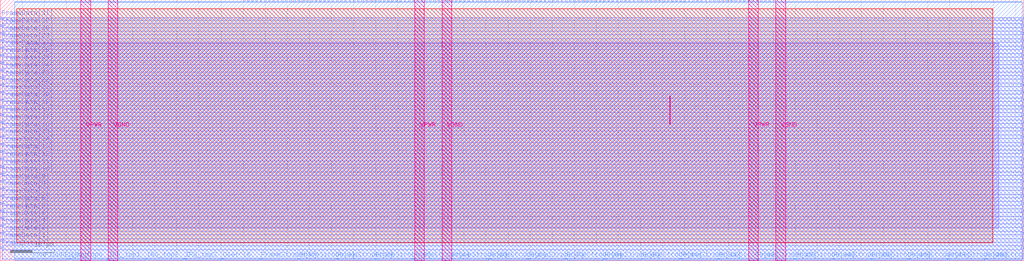
<source format=lef>
VERSION 5.7 ;
  NOWIREEXTENSIONATPIN ON ;
  DIVIDERCHAR "/" ;
  BUSBITCHARS "[]" ;
MACRO S_CPU_IRQ
  CLASS BLOCK ;
  FOREIGN S_CPU_IRQ ;
  ORIGIN 0.000 0.000 ;
  SIZE 231.840 BY 59.220 ;
  PIN CONFIGURED_top
    DIRECTION INPUT ;
    USE SIGNAL ;
    ANTENNAGATEAREA 0.180700 ;
    PORT
      LAYER Metal3 ;
        RECT 7.000 0.000 7.400 0.400 ;
    END
  END CONFIGURED_top
  PIN Co
    DIRECTION OUTPUT ;
    USE SIGNAL ;
    ANTENNADIFFAREA 0.299200 ;
    PORT
      LAYER Metal3 ;
        RECT 104.920 58.820 105.320 59.220 ;
    END
  END Co
  PIN FrameData[0]
    DIRECTION INPUT ;
    USE SIGNAL ;
    ANTENNAGATEAREA 0.180700 ;
    PORT
      LAYER Metal2 ;
        RECT 0.000 2.740 0.450 3.140 ;
    END
  END FrameData[0]
  PIN FrameData[10]
    DIRECTION INPUT ;
    USE SIGNAL ;
    ANTENNAGATEAREA 6.264700 ;
    ANTENNADIFFAREA 20.153999 ;
    PORT
      LAYER Metal2 ;
        RECT 0.000 19.540 0.450 19.940 ;
    END
  END FrameData[10]
  PIN FrameData[11]
    DIRECTION INPUT ;
    USE SIGNAL ;
    ANTENNAGATEAREA 6.264700 ;
    ANTENNADIFFAREA 20.153999 ;
    PORT
      LAYER Metal2 ;
        RECT 0.000 21.220 0.450 21.620 ;
    END
  END FrameData[11]
  PIN FrameData[12]
    DIRECTION INPUT ;
    USE SIGNAL ;
    ANTENNAGATEAREA 0.180700 ;
    PORT
      LAYER Metal2 ;
        RECT 0.000 22.900 0.450 23.300 ;
    END
  END FrameData[12]
  PIN FrameData[13]
    DIRECTION INPUT ;
    USE SIGNAL ;
    ANTENNAGATEAREA 0.180700 ;
    PORT
      LAYER Metal2 ;
        RECT 0.000 24.580 0.450 24.980 ;
    END
  END FrameData[13]
  PIN FrameData[14]
    DIRECTION INPUT ;
    USE SIGNAL ;
    ANTENNAGATEAREA 0.180700 ;
    PORT
      LAYER Metal2 ;
        RECT 0.000 26.260 0.450 26.660 ;
    END
  END FrameData[14]
  PIN FrameData[15]
    DIRECTION INPUT ;
    USE SIGNAL ;
    ANTENNAGATEAREA 0.180700 ;
    PORT
      LAYER Metal2 ;
        RECT 0.000 27.940 0.450 28.340 ;
    END
  END FrameData[15]
  PIN FrameData[16]
    DIRECTION INPUT ;
    USE SIGNAL ;
    ANTENNAGATEAREA 0.180700 ;
    PORT
      LAYER Metal2 ;
        RECT 0.000 29.620 0.450 30.020 ;
    END
  END FrameData[16]
  PIN FrameData[17]
    DIRECTION INPUT ;
    USE SIGNAL ;
    ANTENNAGATEAREA 0.180700 ;
    PORT
      LAYER Metal2 ;
        RECT 0.000 31.300 0.450 31.700 ;
    END
  END FrameData[17]
  PIN FrameData[18]
    DIRECTION INPUT ;
    USE SIGNAL ;
    ANTENNAGATEAREA 2.614300 ;
    ANTENNADIFFAREA 8.061600 ;
    PORT
      LAYER Metal2 ;
        RECT 0.000 32.980 0.450 33.380 ;
    END
  END FrameData[18]
  PIN FrameData[19]
    DIRECTION INPUT ;
    USE SIGNAL ;
    ANTENNAGATEAREA 0.180700 ;
    PORT
      LAYER Metal2 ;
        RECT 0.000 34.660 0.450 35.060 ;
    END
  END FrameData[19]
  PIN FrameData[1]
    DIRECTION INPUT ;
    USE SIGNAL ;
    ANTENNAGATEAREA 0.180700 ;
    PORT
      LAYER Metal2 ;
        RECT 0.000 4.420 0.450 4.820 ;
    END
  END FrameData[1]
  PIN FrameData[20]
    DIRECTION INPUT ;
    USE SIGNAL ;
    ANTENNAGATEAREA 0.180700 ;
    PORT
      LAYER Metal2 ;
        RECT 0.000 36.340 0.450 36.740 ;
    END
  END FrameData[20]
  PIN FrameData[21]
    DIRECTION INPUT ;
    USE SIGNAL ;
    ANTENNAGATEAREA 0.180700 ;
    PORT
      LAYER Metal2 ;
        RECT 0.000 38.020 0.450 38.420 ;
    END
  END FrameData[21]
  PIN FrameData[22]
    DIRECTION INPUT ;
    USE SIGNAL ;
    ANTENNAGATEAREA 0.180700 ;
    PORT
      LAYER Metal2 ;
        RECT 0.000 39.700 0.450 40.100 ;
    END
  END FrameData[22]
  PIN FrameData[23]
    DIRECTION INPUT ;
    USE SIGNAL ;
    ANTENNAGATEAREA 0.180700 ;
    PORT
      LAYER Metal2 ;
        RECT 0.000 41.380 0.450 41.780 ;
    END
  END FrameData[23]
  PIN FrameData[24]
    DIRECTION INPUT ;
    USE SIGNAL ;
    ANTENNAGATEAREA 0.180700 ;
    PORT
      LAYER Metal2 ;
        RECT 0.000 43.060 0.450 43.460 ;
    END
  END FrameData[24]
  PIN FrameData[25]
    DIRECTION INPUT ;
    USE SIGNAL ;
    ANTENNAGATEAREA 0.180700 ;
    PORT
      LAYER Metal2 ;
        RECT 0.000 44.740 0.450 45.140 ;
    END
  END FrameData[25]
  PIN FrameData[26]
    DIRECTION INPUT ;
    USE SIGNAL ;
    ANTENNAGATEAREA 0.180700 ;
    PORT
      LAYER Metal2 ;
        RECT 0.000 46.420 0.450 46.820 ;
    END
  END FrameData[26]
  PIN FrameData[27]
    DIRECTION INPUT ;
    USE SIGNAL ;
    ANTENNAGATEAREA 0.180700 ;
    PORT
      LAYER Metal2 ;
        RECT 0.000 48.100 0.450 48.500 ;
    END
  END FrameData[27]
  PIN FrameData[28]
    DIRECTION INPUT ;
    USE SIGNAL ;
    ANTENNAGATEAREA 0.180700 ;
    PORT
      LAYER Metal2 ;
        RECT 0.000 49.780 0.450 50.180 ;
    END
  END FrameData[28]
  PIN FrameData[29]
    DIRECTION INPUT ;
    USE SIGNAL ;
    ANTENNAGATEAREA 0.180700 ;
    PORT
      LAYER Metal2 ;
        RECT 0.000 51.460 0.450 51.860 ;
    END
  END FrameData[29]
  PIN FrameData[2]
    DIRECTION INPUT ;
    USE SIGNAL ;
    ANTENNAGATEAREA 0.180700 ;
    PORT
      LAYER Metal2 ;
        RECT 0.000 6.100 0.450 6.500 ;
    END
  END FrameData[2]
  PIN FrameData[30]
    DIRECTION INPUT ;
    USE SIGNAL ;
    ANTENNAGATEAREA 0.180700 ;
    PORT
      LAYER Metal2 ;
        RECT 0.000 53.140 0.450 53.540 ;
    END
  END FrameData[30]
  PIN FrameData[31]
    DIRECTION INPUT ;
    USE SIGNAL ;
    ANTENNAGATEAREA 0.180700 ;
    PORT
      LAYER Metal2 ;
        RECT 0.000 54.820 0.450 55.220 ;
    END
  END FrameData[31]
  PIN FrameData[3]
    DIRECTION INPUT ;
    USE SIGNAL ;
    ANTENNAGATEAREA 0.180700 ;
    PORT
      LAYER Metal2 ;
        RECT 0.000 7.780 0.450 8.180 ;
    END
  END FrameData[3]
  PIN FrameData[4]
    DIRECTION INPUT ;
    USE SIGNAL ;
    ANTENNAGATEAREA 0.180700 ;
    PORT
      LAYER Metal2 ;
        RECT 0.000 9.460 0.450 9.860 ;
    END
  END FrameData[4]
  PIN FrameData[5]
    DIRECTION INPUT ;
    USE SIGNAL ;
    ANTENNAGATEAREA 0.180700 ;
    PORT
      LAYER Metal2 ;
        RECT 0.000 11.140 0.450 11.540 ;
    END
  END FrameData[5]
  PIN FrameData[6]
    DIRECTION INPUT ;
    USE SIGNAL ;
    ANTENNAGATEAREA 0.180700 ;
    PORT
      LAYER Metal2 ;
        RECT 0.000 12.820 0.450 13.220 ;
    END
  END FrameData[6]
  PIN FrameData[7]
    DIRECTION INPUT ;
    USE SIGNAL ;
    ANTENNAGATEAREA 0.180700 ;
    PORT
      LAYER Metal2 ;
        RECT 0.000 14.500 0.450 14.900 ;
    END
  END FrameData[7]
  PIN FrameData[8]
    DIRECTION INPUT ;
    USE SIGNAL ;
    ANTENNAGATEAREA 6.264700 ;
    ANTENNADIFFAREA 20.153999 ;
    PORT
      LAYER Metal2 ;
        RECT 0.000 16.180 0.450 16.580 ;
    END
  END FrameData[8]
  PIN FrameData[9]
    DIRECTION INPUT ;
    USE SIGNAL ;
    ANTENNAGATEAREA 0.180700 ;
    PORT
      LAYER Metal2 ;
        RECT 0.000 17.860 0.450 18.260 ;
    END
  END FrameData[9]
  PIN FrameData_O[0]
    DIRECTION OUTPUT ;
    USE SIGNAL ;
    ANTENNADIFFAREA 0.654800 ;
    PORT
      LAYER Metal2 ;
        RECT 231.390 2.740 231.840 3.140 ;
    END
  END FrameData_O[0]
  PIN FrameData_O[10]
    DIRECTION OUTPUT ;
    USE SIGNAL ;
    ANTENNADIFFAREA 0.654800 ;
    PORT
      LAYER Metal2 ;
        RECT 231.390 19.540 231.840 19.940 ;
    END
  END FrameData_O[10]
  PIN FrameData_O[11]
    DIRECTION OUTPUT ;
    USE SIGNAL ;
    ANTENNADIFFAREA 0.654800 ;
    PORT
      LAYER Metal2 ;
        RECT 231.390 21.220 231.840 21.620 ;
    END
  END FrameData_O[11]
  PIN FrameData_O[12]
    DIRECTION OUTPUT ;
    USE SIGNAL ;
    ANTENNADIFFAREA 0.654800 ;
    PORT
      LAYER Metal2 ;
        RECT 231.390 22.900 231.840 23.300 ;
    END
  END FrameData_O[12]
  PIN FrameData_O[13]
    DIRECTION OUTPUT ;
    USE SIGNAL ;
    ANTENNADIFFAREA 0.654800 ;
    PORT
      LAYER Metal2 ;
        RECT 231.390 24.580 231.840 24.980 ;
    END
  END FrameData_O[13]
  PIN FrameData_O[14]
    DIRECTION OUTPUT ;
    USE SIGNAL ;
    ANTENNADIFFAREA 0.654800 ;
    PORT
      LAYER Metal2 ;
        RECT 231.390 26.260 231.840 26.660 ;
    END
  END FrameData_O[14]
  PIN FrameData_O[15]
    DIRECTION OUTPUT ;
    USE SIGNAL ;
    ANTENNADIFFAREA 0.654800 ;
    PORT
      LAYER Metal2 ;
        RECT 231.390 27.940 231.840 28.340 ;
    END
  END FrameData_O[15]
  PIN FrameData_O[16]
    DIRECTION OUTPUT ;
    USE SIGNAL ;
    ANTENNADIFFAREA 0.654800 ;
    PORT
      LAYER Metal2 ;
        RECT 231.390 29.620 231.840 30.020 ;
    END
  END FrameData_O[16]
  PIN FrameData_O[17]
    DIRECTION OUTPUT ;
    USE SIGNAL ;
    ANTENNADIFFAREA 0.654800 ;
    PORT
      LAYER Metal2 ;
        RECT 231.390 31.300 231.840 31.700 ;
    END
  END FrameData_O[17]
  PIN FrameData_O[18]
    DIRECTION OUTPUT ;
    USE SIGNAL ;
    ANTENNADIFFAREA 0.654800 ;
    PORT
      LAYER Metal2 ;
        RECT 231.390 32.980 231.840 33.380 ;
    END
  END FrameData_O[18]
  PIN FrameData_O[19]
    DIRECTION OUTPUT ;
    USE SIGNAL ;
    ANTENNADIFFAREA 0.654800 ;
    PORT
      LAYER Metal2 ;
        RECT 231.390 34.660 231.840 35.060 ;
    END
  END FrameData_O[19]
  PIN FrameData_O[1]
    DIRECTION OUTPUT ;
    USE SIGNAL ;
    ANTENNADIFFAREA 0.654800 ;
    PORT
      LAYER Metal2 ;
        RECT 231.390 4.420 231.840 4.820 ;
    END
  END FrameData_O[1]
  PIN FrameData_O[20]
    DIRECTION OUTPUT ;
    USE SIGNAL ;
    ANTENNADIFFAREA 0.654800 ;
    PORT
      LAYER Metal2 ;
        RECT 231.390 36.340 231.840 36.740 ;
    END
  END FrameData_O[20]
  PIN FrameData_O[21]
    DIRECTION OUTPUT ;
    USE SIGNAL ;
    ANTENNADIFFAREA 0.654800 ;
    PORT
      LAYER Metal2 ;
        RECT 231.390 38.020 231.840 38.420 ;
    END
  END FrameData_O[21]
  PIN FrameData_O[22]
    DIRECTION OUTPUT ;
    USE SIGNAL ;
    ANTENNADIFFAREA 0.654800 ;
    PORT
      LAYER Metal2 ;
        RECT 231.390 39.700 231.840 40.100 ;
    END
  END FrameData_O[22]
  PIN FrameData_O[23]
    DIRECTION OUTPUT ;
    USE SIGNAL ;
    ANTENNADIFFAREA 0.654800 ;
    PORT
      LAYER Metal2 ;
        RECT 231.390 41.380 231.840 41.780 ;
    END
  END FrameData_O[23]
  PIN FrameData_O[24]
    DIRECTION OUTPUT ;
    USE SIGNAL ;
    ANTENNADIFFAREA 0.654800 ;
    PORT
      LAYER Metal2 ;
        RECT 231.390 43.060 231.840 43.460 ;
    END
  END FrameData_O[24]
  PIN FrameData_O[25]
    DIRECTION OUTPUT ;
    USE SIGNAL ;
    ANTENNADIFFAREA 0.654800 ;
    PORT
      LAYER Metal2 ;
        RECT 231.390 44.740 231.840 45.140 ;
    END
  END FrameData_O[25]
  PIN FrameData_O[26]
    DIRECTION OUTPUT ;
    USE SIGNAL ;
    ANTENNADIFFAREA 0.654800 ;
    PORT
      LAYER Metal2 ;
        RECT 231.390 46.420 231.840 46.820 ;
    END
  END FrameData_O[26]
  PIN FrameData_O[27]
    DIRECTION OUTPUT ;
    USE SIGNAL ;
    ANTENNADIFFAREA 0.654800 ;
    PORT
      LAYER Metal2 ;
        RECT 231.390 48.100 231.840 48.500 ;
    END
  END FrameData_O[27]
  PIN FrameData_O[28]
    DIRECTION OUTPUT ;
    USE SIGNAL ;
    ANTENNADIFFAREA 0.654800 ;
    PORT
      LAYER Metal2 ;
        RECT 231.390 49.780 231.840 50.180 ;
    END
  END FrameData_O[28]
  PIN FrameData_O[29]
    DIRECTION OUTPUT ;
    USE SIGNAL ;
    ANTENNADIFFAREA 0.654800 ;
    PORT
      LAYER Metal2 ;
        RECT 231.390 51.460 231.840 51.860 ;
    END
  END FrameData_O[29]
  PIN FrameData_O[2]
    DIRECTION OUTPUT ;
    USE SIGNAL ;
    ANTENNADIFFAREA 0.654800 ;
    PORT
      LAYER Metal2 ;
        RECT 231.390 6.100 231.840 6.500 ;
    END
  END FrameData_O[2]
  PIN FrameData_O[30]
    DIRECTION OUTPUT ;
    USE SIGNAL ;
    ANTENNADIFFAREA 0.654800 ;
    PORT
      LAYER Metal2 ;
        RECT 231.390 53.140 231.840 53.540 ;
    END
  END FrameData_O[30]
  PIN FrameData_O[31]
    DIRECTION OUTPUT ;
    USE SIGNAL ;
    ANTENNADIFFAREA 0.654800 ;
    PORT
      LAYER Metal2 ;
        RECT 231.390 54.820 231.840 55.220 ;
    END
  END FrameData_O[31]
  PIN FrameData_O[3]
    DIRECTION OUTPUT ;
    USE SIGNAL ;
    ANTENNADIFFAREA 0.654800 ;
    PORT
      LAYER Metal2 ;
        RECT 231.390 7.780 231.840 8.180 ;
    END
  END FrameData_O[3]
  PIN FrameData_O[4]
    DIRECTION OUTPUT ;
    USE SIGNAL ;
    ANTENNADIFFAREA 0.654800 ;
    PORT
      LAYER Metal2 ;
        RECT 231.390 9.460 231.840 9.860 ;
    END
  END FrameData_O[4]
  PIN FrameData_O[5]
    DIRECTION OUTPUT ;
    USE SIGNAL ;
    ANTENNADIFFAREA 0.654800 ;
    PORT
      LAYER Metal2 ;
        RECT 231.390 11.140 231.840 11.540 ;
    END
  END FrameData_O[5]
  PIN FrameData_O[6]
    DIRECTION OUTPUT ;
    USE SIGNAL ;
    ANTENNADIFFAREA 0.654800 ;
    PORT
      LAYER Metal2 ;
        RECT 231.390 12.820 231.840 13.220 ;
    END
  END FrameData_O[6]
  PIN FrameData_O[7]
    DIRECTION OUTPUT ;
    USE SIGNAL ;
    ANTENNADIFFAREA 0.654800 ;
    PORT
      LAYER Metal2 ;
        RECT 231.390 14.500 231.840 14.900 ;
    END
  END FrameData_O[7]
  PIN FrameData_O[8]
    DIRECTION OUTPUT ;
    USE SIGNAL ;
    ANTENNADIFFAREA 0.654800 ;
    PORT
      LAYER Metal2 ;
        RECT 231.390 16.180 231.840 16.580 ;
    END
  END FrameData_O[8]
  PIN FrameData_O[9]
    DIRECTION OUTPUT ;
    USE SIGNAL ;
    ANTENNADIFFAREA 0.654800 ;
    PORT
      LAYER Metal2 ;
        RECT 231.390 17.860 231.840 18.260 ;
    END
  END FrameData_O[9]
  PIN FrameStrobe[0]
    DIRECTION INPUT ;
    USE SIGNAL ;
    ANTENNAGATEAREA 0.361400 ;
    PORT
      LAYER Metal3 ;
        RECT 58.840 0.000 59.240 0.400 ;
    END
  END FrameStrobe[0]
  PIN FrameStrobe[10]
    DIRECTION INPUT ;
    USE SIGNAL ;
    ANTENNAGATEAREA 0.180700 ;
    PORT
      LAYER Metal3 ;
        RECT 145.240 0.000 145.640 0.400 ;
    END
  END FrameStrobe[10]
  PIN FrameStrobe[11]
    DIRECTION INPUT ;
    USE SIGNAL ;
    ANTENNAGATEAREA 0.180700 ;
    PORT
      LAYER Metal3 ;
        RECT 153.880 0.000 154.280 0.400 ;
    END
  END FrameStrobe[11]
  PIN FrameStrobe[12]
    DIRECTION INPUT ;
    USE SIGNAL ;
    ANTENNAGATEAREA 0.180700 ;
    PORT
      LAYER Metal3 ;
        RECT 162.520 0.000 162.920 0.400 ;
    END
  END FrameStrobe[12]
  PIN FrameStrobe[13]
    DIRECTION INPUT ;
    USE SIGNAL ;
    ANTENNAGATEAREA 0.180700 ;
    PORT
      LAYER Metal3 ;
        RECT 171.160 0.000 171.560 0.400 ;
    END
  END FrameStrobe[13]
  PIN FrameStrobe[14]
    DIRECTION INPUT ;
    USE SIGNAL ;
    ANTENNAGATEAREA 0.180700 ;
    PORT
      LAYER Metal3 ;
        RECT 179.800 0.000 180.200 0.400 ;
    END
  END FrameStrobe[14]
  PIN FrameStrobe[15]
    DIRECTION INPUT ;
    USE SIGNAL ;
    ANTENNAGATEAREA 0.180700 ;
    PORT
      LAYER Metal3 ;
        RECT 188.440 0.000 188.840 0.400 ;
    END
  END FrameStrobe[15]
  PIN FrameStrobe[16]
    DIRECTION INPUT ;
    USE SIGNAL ;
    ANTENNAGATEAREA 0.180700 ;
    PORT
      LAYER Metal3 ;
        RECT 197.080 0.000 197.480 0.400 ;
    END
  END FrameStrobe[16]
  PIN FrameStrobe[17]
    DIRECTION INPUT ;
    USE SIGNAL ;
    ANTENNAGATEAREA 0.180700 ;
    PORT
      LAYER Metal3 ;
        RECT 205.720 0.000 206.120 0.400 ;
    END
  END FrameStrobe[17]
  PIN FrameStrobe[18]
    DIRECTION INPUT ;
    USE SIGNAL ;
    ANTENNAGATEAREA 0.180700 ;
    PORT
      LAYER Metal3 ;
        RECT 214.360 0.000 214.760 0.400 ;
    END
  END FrameStrobe[18]
  PIN FrameStrobe[19]
    DIRECTION INPUT ;
    USE SIGNAL ;
    ANTENNAGATEAREA 0.180700 ;
    PORT
      LAYER Metal3 ;
        RECT 223.000 0.000 223.400 0.400 ;
    END
  END FrameStrobe[19]
  PIN FrameStrobe[1]
    DIRECTION INPUT ;
    USE SIGNAL ;
    ANTENNAGATEAREA 0.180700 ;
    PORT
      LAYER Metal3 ;
        RECT 67.480 0.000 67.880 0.400 ;
    END
  END FrameStrobe[1]
  PIN FrameStrobe[2]
    DIRECTION INPUT ;
    USE SIGNAL ;
    ANTENNAGATEAREA 0.180700 ;
    PORT
      LAYER Metal3 ;
        RECT 76.120 0.000 76.520 0.400 ;
    END
  END FrameStrobe[2]
  PIN FrameStrobe[3]
    DIRECTION INPUT ;
    USE SIGNAL ;
    ANTENNAGATEAREA 0.180700 ;
    PORT
      LAYER Metal3 ;
        RECT 84.760 0.000 85.160 0.400 ;
    END
  END FrameStrobe[3]
  PIN FrameStrobe[4]
    DIRECTION INPUT ;
    USE SIGNAL ;
    ANTENNAGATEAREA 0.180700 ;
    PORT
      LAYER Metal3 ;
        RECT 93.400 0.000 93.800 0.400 ;
    END
  END FrameStrobe[4]
  PIN FrameStrobe[5]
    DIRECTION INPUT ;
    USE SIGNAL ;
    ANTENNAGATEAREA 0.180700 ;
    PORT
      LAYER Metal3 ;
        RECT 102.040 0.000 102.440 0.400 ;
    END
  END FrameStrobe[5]
  PIN FrameStrobe[6]
    DIRECTION INPUT ;
    USE SIGNAL ;
    ANTENNAGATEAREA 0.180700 ;
    PORT
      LAYER Metal3 ;
        RECT 110.680 0.000 111.080 0.400 ;
    END
  END FrameStrobe[6]
  PIN FrameStrobe[7]
    DIRECTION INPUT ;
    USE SIGNAL ;
    ANTENNAGATEAREA 0.180700 ;
    PORT
      LAYER Metal3 ;
        RECT 119.320 0.000 119.720 0.400 ;
    END
  END FrameStrobe[7]
  PIN FrameStrobe[8]
    DIRECTION INPUT ;
    USE SIGNAL ;
    ANTENNAGATEAREA 0.180700 ;
    PORT
      LAYER Metal3 ;
        RECT 127.960 0.000 128.360 0.400 ;
    END
  END FrameStrobe[8]
  PIN FrameStrobe[9]
    DIRECTION INPUT ;
    USE SIGNAL ;
    ANTENNAGATEAREA 0.180700 ;
    PORT
      LAYER Metal3 ;
        RECT 136.600 0.000 137.000 0.400 ;
    END
  END FrameStrobe[9]
  PIN FrameStrobe_O[0]
    DIRECTION OUTPUT ;
    USE SIGNAL ;
    ANTENNADIFFAREA 0.654800 ;
    PORT
      LAYER Metal3 ;
        RECT 156.760 58.820 157.160 59.220 ;
    END
  END FrameStrobe_O[0]
  PIN FrameStrobe_O[10]
    DIRECTION OUTPUT ;
    USE SIGNAL ;
    ANTENNADIFFAREA 0.654800 ;
    PORT
      LAYER Metal3 ;
        RECT 166.360 58.820 166.760 59.220 ;
    END
  END FrameStrobe_O[10]
  PIN FrameStrobe_O[11]
    DIRECTION OUTPUT ;
    USE SIGNAL ;
    ANTENNADIFFAREA 0.654800 ;
    PORT
      LAYER Metal3 ;
        RECT 167.320 58.820 167.720 59.220 ;
    END
  END FrameStrobe_O[11]
  PIN FrameStrobe_O[12]
    DIRECTION OUTPUT ;
    USE SIGNAL ;
    ANTENNADIFFAREA 0.654800 ;
    PORT
      LAYER Metal3 ;
        RECT 168.280 58.820 168.680 59.220 ;
    END
  END FrameStrobe_O[12]
  PIN FrameStrobe_O[13]
    DIRECTION OUTPUT ;
    USE SIGNAL ;
    ANTENNADIFFAREA 0.654800 ;
    PORT
      LAYER Metal3 ;
        RECT 169.240 58.820 169.640 59.220 ;
    END
  END FrameStrobe_O[13]
  PIN FrameStrobe_O[14]
    DIRECTION OUTPUT ;
    USE SIGNAL ;
    ANTENNADIFFAREA 0.654800 ;
    PORT
      LAYER Metal3 ;
        RECT 170.200 58.820 170.600 59.220 ;
    END
  END FrameStrobe_O[14]
  PIN FrameStrobe_O[15]
    DIRECTION OUTPUT ;
    USE SIGNAL ;
    ANTENNADIFFAREA 0.654800 ;
    PORT
      LAYER Metal3 ;
        RECT 171.160 58.820 171.560 59.220 ;
    END
  END FrameStrobe_O[15]
  PIN FrameStrobe_O[16]
    DIRECTION OUTPUT ;
    USE SIGNAL ;
    ANTENNADIFFAREA 0.654800 ;
    PORT
      LAYER Metal3 ;
        RECT 172.120 58.820 172.520 59.220 ;
    END
  END FrameStrobe_O[16]
  PIN FrameStrobe_O[17]
    DIRECTION OUTPUT ;
    USE SIGNAL ;
    ANTENNADIFFAREA 0.654800 ;
    PORT
      LAYER Metal3 ;
        RECT 173.080 58.820 173.480 59.220 ;
    END
  END FrameStrobe_O[17]
  PIN FrameStrobe_O[18]
    DIRECTION OUTPUT ;
    USE SIGNAL ;
    ANTENNADIFFAREA 0.654800 ;
    PORT
      LAYER Metal3 ;
        RECT 174.040 58.820 174.440 59.220 ;
    END
  END FrameStrobe_O[18]
  PIN FrameStrobe_O[19]
    DIRECTION OUTPUT ;
    USE SIGNAL ;
    ANTENNADIFFAREA 0.654800 ;
    PORT
      LAYER Metal3 ;
        RECT 175.000 58.820 175.400 59.220 ;
    END
  END FrameStrobe_O[19]
  PIN FrameStrobe_O[1]
    DIRECTION OUTPUT ;
    USE SIGNAL ;
    ANTENNADIFFAREA 0.654800 ;
    PORT
      LAYER Metal3 ;
        RECT 157.720 58.820 158.120 59.220 ;
    END
  END FrameStrobe_O[1]
  PIN FrameStrobe_O[2]
    DIRECTION OUTPUT ;
    USE SIGNAL ;
    ANTENNADIFFAREA 0.654800 ;
    PORT
      LAYER Metal3 ;
        RECT 158.680 58.820 159.080 59.220 ;
    END
  END FrameStrobe_O[2]
  PIN FrameStrobe_O[3]
    DIRECTION OUTPUT ;
    USE SIGNAL ;
    ANTENNADIFFAREA 0.654800 ;
    PORT
      LAYER Metal3 ;
        RECT 159.640 58.820 160.040 59.220 ;
    END
  END FrameStrobe_O[3]
  PIN FrameStrobe_O[4]
    DIRECTION OUTPUT ;
    USE SIGNAL ;
    ANTENNADIFFAREA 0.654800 ;
    PORT
      LAYER Metal3 ;
        RECT 160.600 58.820 161.000 59.220 ;
    END
  END FrameStrobe_O[4]
  PIN FrameStrobe_O[5]
    DIRECTION OUTPUT ;
    USE SIGNAL ;
    ANTENNADIFFAREA 0.654800 ;
    PORT
      LAYER Metal3 ;
        RECT 161.560 58.820 161.960 59.220 ;
    END
  END FrameStrobe_O[5]
  PIN FrameStrobe_O[6]
    DIRECTION OUTPUT ;
    USE SIGNAL ;
    ANTENNADIFFAREA 0.654800 ;
    PORT
      LAYER Metal3 ;
        RECT 162.520 58.820 162.920 59.220 ;
    END
  END FrameStrobe_O[6]
  PIN FrameStrobe_O[7]
    DIRECTION OUTPUT ;
    USE SIGNAL ;
    ANTENNADIFFAREA 0.654800 ;
    PORT
      LAYER Metal3 ;
        RECT 163.480 58.820 163.880 59.220 ;
    END
  END FrameStrobe_O[7]
  PIN FrameStrobe_O[8]
    DIRECTION OUTPUT ;
    USE SIGNAL ;
    ANTENNADIFFAREA 0.654800 ;
    PORT
      LAYER Metal3 ;
        RECT 164.440 58.820 164.840 59.220 ;
    END
  END FrameStrobe_O[8]
  PIN FrameStrobe_O[9]
    DIRECTION OUTPUT ;
    USE SIGNAL ;
    ANTENNADIFFAREA 0.654800 ;
    PORT
      LAYER Metal3 ;
        RECT 165.400 58.820 165.800 59.220 ;
    END
  END FrameStrobe_O[9]
  PIN IRQ_top0
    DIRECTION OUTPUT ;
    USE SIGNAL ;
    ANTENNADIFFAREA 0.654800 ;
    PORT
      LAYER Metal3 ;
        RECT 15.640 0.000 16.040 0.400 ;
    END
  END IRQ_top0
  PIN IRQ_top1
    DIRECTION OUTPUT ;
    USE SIGNAL ;
    ANTENNADIFFAREA 0.654800 ;
    PORT
      LAYER Metal3 ;
        RECT 24.280 0.000 24.680 0.400 ;
    END
  END IRQ_top1
  PIN IRQ_top2
    DIRECTION OUTPUT ;
    USE SIGNAL ;
    ANTENNADIFFAREA 0.654800 ;
    PORT
      LAYER Metal3 ;
        RECT 32.920 0.000 33.320 0.400 ;
    END
  END IRQ_top2
  PIN IRQ_top3
    DIRECTION OUTPUT ;
    USE SIGNAL ;
    ANTENNADIFFAREA 0.654800 ;
    PORT
      LAYER Metal3 ;
        RECT 41.560 0.000 41.960 0.400 ;
    END
  END IRQ_top3
  PIN N1BEG[0]
    DIRECTION OUTPUT ;
    USE SIGNAL ;
    ANTENNADIFFAREA 0.654800 ;
    PORT
      LAYER Metal3 ;
        RECT 55.000 58.820 55.400 59.220 ;
    END
  END N1BEG[0]
  PIN N1BEG[1]
    DIRECTION OUTPUT ;
    USE SIGNAL ;
    ANTENNADIFFAREA 0.654800 ;
    PORT
      LAYER Metal3 ;
        RECT 55.960 58.820 56.360 59.220 ;
    END
  END N1BEG[1]
  PIN N1BEG[2]
    DIRECTION OUTPUT ;
    USE SIGNAL ;
    ANTENNADIFFAREA 0.654800 ;
    PORT
      LAYER Metal3 ;
        RECT 56.920 58.820 57.320 59.220 ;
    END
  END N1BEG[2]
  PIN N1BEG[3]
    DIRECTION OUTPUT ;
    USE SIGNAL ;
    ANTENNADIFFAREA 0.654800 ;
    PORT
      LAYER Metal3 ;
        RECT 57.880 58.820 58.280 59.220 ;
    END
  END N1BEG[3]
  PIN N2BEG[0]
    DIRECTION OUTPUT ;
    USE SIGNAL ;
    ANTENNADIFFAREA 0.654800 ;
    PORT
      LAYER Metal3 ;
        RECT 58.840 58.820 59.240 59.220 ;
    END
  END N2BEG[0]
  PIN N2BEG[1]
    DIRECTION OUTPUT ;
    USE SIGNAL ;
    ANTENNADIFFAREA 0.654800 ;
    PORT
      LAYER Metal3 ;
        RECT 59.800 58.820 60.200 59.220 ;
    END
  END N2BEG[1]
  PIN N2BEG[2]
    DIRECTION OUTPUT ;
    USE SIGNAL ;
    ANTENNADIFFAREA 0.654800 ;
    PORT
      LAYER Metal3 ;
        RECT 60.760 58.820 61.160 59.220 ;
    END
  END N2BEG[2]
  PIN N2BEG[3]
    DIRECTION OUTPUT ;
    USE SIGNAL ;
    ANTENNADIFFAREA 0.654800 ;
    PORT
      LAYER Metal3 ;
        RECT 61.720 58.820 62.120 59.220 ;
    END
  END N2BEG[3]
  PIN N2BEG[4]
    DIRECTION OUTPUT ;
    USE SIGNAL ;
    ANTENNADIFFAREA 0.654800 ;
    PORT
      LAYER Metal3 ;
        RECT 62.680 58.820 63.080 59.220 ;
    END
  END N2BEG[4]
  PIN N2BEG[5]
    DIRECTION OUTPUT ;
    USE SIGNAL ;
    ANTENNADIFFAREA 0.654800 ;
    PORT
      LAYER Metal3 ;
        RECT 63.640 58.820 64.040 59.220 ;
    END
  END N2BEG[5]
  PIN N2BEG[6]
    DIRECTION OUTPUT ;
    USE SIGNAL ;
    ANTENNADIFFAREA 0.654800 ;
    PORT
      LAYER Metal3 ;
        RECT 64.600 58.820 65.000 59.220 ;
    END
  END N2BEG[6]
  PIN N2BEG[7]
    DIRECTION OUTPUT ;
    USE SIGNAL ;
    ANTENNADIFFAREA 0.654800 ;
    PORT
      LAYER Metal3 ;
        RECT 65.560 58.820 65.960 59.220 ;
    END
  END N2BEG[7]
  PIN N2BEGb[0]
    DIRECTION OUTPUT ;
    USE SIGNAL ;
    ANTENNADIFFAREA 0.654800 ;
    PORT
      LAYER Metal3 ;
        RECT 66.520 58.820 66.920 59.220 ;
    END
  END N2BEGb[0]
  PIN N2BEGb[1]
    DIRECTION OUTPUT ;
    USE SIGNAL ;
    ANTENNADIFFAREA 0.654800 ;
    PORT
      LAYER Metal3 ;
        RECT 67.480 58.820 67.880 59.220 ;
    END
  END N2BEGb[1]
  PIN N2BEGb[2]
    DIRECTION OUTPUT ;
    USE SIGNAL ;
    ANTENNADIFFAREA 0.654800 ;
    PORT
      LAYER Metal3 ;
        RECT 68.440 58.820 68.840 59.220 ;
    END
  END N2BEGb[2]
  PIN N2BEGb[3]
    DIRECTION OUTPUT ;
    USE SIGNAL ;
    ANTENNADIFFAREA 0.654800 ;
    PORT
      LAYER Metal3 ;
        RECT 69.400 58.820 69.800 59.220 ;
    END
  END N2BEGb[3]
  PIN N2BEGb[4]
    DIRECTION OUTPUT ;
    USE SIGNAL ;
    ANTENNADIFFAREA 0.654800 ;
    PORT
      LAYER Metal3 ;
        RECT 70.360 58.820 70.760 59.220 ;
    END
  END N2BEGb[4]
  PIN N2BEGb[5]
    DIRECTION OUTPUT ;
    USE SIGNAL ;
    ANTENNADIFFAREA 0.654800 ;
    PORT
      LAYER Metal3 ;
        RECT 71.320 58.820 71.720 59.220 ;
    END
  END N2BEGb[5]
  PIN N2BEGb[6]
    DIRECTION OUTPUT ;
    USE SIGNAL ;
    ANTENNADIFFAREA 0.654800 ;
    PORT
      LAYER Metal3 ;
        RECT 72.280 58.820 72.680 59.220 ;
    END
  END N2BEGb[6]
  PIN N2BEGb[7]
    DIRECTION OUTPUT ;
    USE SIGNAL ;
    ANTENNADIFFAREA 0.654800 ;
    PORT
      LAYER Metal3 ;
        RECT 73.240 58.820 73.640 59.220 ;
    END
  END N2BEGb[7]
  PIN N4BEG[0]
    DIRECTION OUTPUT ;
    USE SIGNAL ;
    ANTENNADIFFAREA 0.654800 ;
    PORT
      LAYER Metal3 ;
        RECT 74.200 58.820 74.600 59.220 ;
    END
  END N4BEG[0]
  PIN N4BEG[10]
    DIRECTION OUTPUT ;
    USE SIGNAL ;
    ANTENNADIFFAREA 0.654800 ;
    PORT
      LAYER Metal3 ;
        RECT 83.800 58.820 84.200 59.220 ;
    END
  END N4BEG[10]
  PIN N4BEG[11]
    DIRECTION OUTPUT ;
    USE SIGNAL ;
    ANTENNADIFFAREA 0.654800 ;
    PORT
      LAYER Metal3 ;
        RECT 84.760 58.820 85.160 59.220 ;
    END
  END N4BEG[11]
  PIN N4BEG[12]
    DIRECTION OUTPUT ;
    USE SIGNAL ;
    ANTENNADIFFAREA 0.654800 ;
    PORT
      LAYER Metal3 ;
        RECT 85.720 58.820 86.120 59.220 ;
    END
  END N4BEG[12]
  PIN N4BEG[13]
    DIRECTION OUTPUT ;
    USE SIGNAL ;
    ANTENNADIFFAREA 0.654800 ;
    PORT
      LAYER Metal3 ;
        RECT 86.680 58.820 87.080 59.220 ;
    END
  END N4BEG[13]
  PIN N4BEG[14]
    DIRECTION OUTPUT ;
    USE SIGNAL ;
    ANTENNADIFFAREA 0.654800 ;
    PORT
      LAYER Metal3 ;
        RECT 87.640 58.820 88.040 59.220 ;
    END
  END N4BEG[14]
  PIN N4BEG[15]
    DIRECTION OUTPUT ;
    USE SIGNAL ;
    ANTENNADIFFAREA 0.654800 ;
    PORT
      LAYER Metal3 ;
        RECT 88.600 58.820 89.000 59.220 ;
    END
  END N4BEG[15]
  PIN N4BEG[1]
    DIRECTION OUTPUT ;
    USE SIGNAL ;
    ANTENNADIFFAREA 0.654800 ;
    PORT
      LAYER Metal3 ;
        RECT 75.160 58.820 75.560 59.220 ;
    END
  END N4BEG[1]
  PIN N4BEG[2]
    DIRECTION OUTPUT ;
    USE SIGNAL ;
    ANTENNADIFFAREA 0.654800 ;
    PORT
      LAYER Metal3 ;
        RECT 76.120 58.820 76.520 59.220 ;
    END
  END N4BEG[2]
  PIN N4BEG[3]
    DIRECTION OUTPUT ;
    USE SIGNAL ;
    ANTENNADIFFAREA 0.654800 ;
    PORT
      LAYER Metal3 ;
        RECT 77.080 58.820 77.480 59.220 ;
    END
  END N4BEG[3]
  PIN N4BEG[4]
    DIRECTION OUTPUT ;
    USE SIGNAL ;
    ANTENNADIFFAREA 0.654800 ;
    PORT
      LAYER Metal3 ;
        RECT 78.040 58.820 78.440 59.220 ;
    END
  END N4BEG[4]
  PIN N4BEG[5]
    DIRECTION OUTPUT ;
    USE SIGNAL ;
    ANTENNADIFFAREA 0.654800 ;
    PORT
      LAYER Metal3 ;
        RECT 79.000 58.820 79.400 59.220 ;
    END
  END N4BEG[5]
  PIN N4BEG[6]
    DIRECTION OUTPUT ;
    USE SIGNAL ;
    ANTENNADIFFAREA 0.654800 ;
    PORT
      LAYER Metal3 ;
        RECT 79.960 58.820 80.360 59.220 ;
    END
  END N4BEG[6]
  PIN N4BEG[7]
    DIRECTION OUTPUT ;
    USE SIGNAL ;
    ANTENNADIFFAREA 0.654800 ;
    PORT
      LAYER Metal3 ;
        RECT 80.920 58.820 81.320 59.220 ;
    END
  END N4BEG[7]
  PIN N4BEG[8]
    DIRECTION OUTPUT ;
    USE SIGNAL ;
    ANTENNADIFFAREA 0.654800 ;
    PORT
      LAYER Metal3 ;
        RECT 81.880 58.820 82.280 59.220 ;
    END
  END N4BEG[8]
  PIN N4BEG[9]
    DIRECTION OUTPUT ;
    USE SIGNAL ;
    ANTENNADIFFAREA 0.654800 ;
    PORT
      LAYER Metal3 ;
        RECT 82.840 58.820 83.240 59.220 ;
    END
  END N4BEG[9]
  PIN NN4BEG[0]
    DIRECTION OUTPUT ;
    USE SIGNAL ;
    ANTENNADIFFAREA 0.654800 ;
    PORT
      LAYER Metal3 ;
        RECT 89.560 58.820 89.960 59.220 ;
    END
  END NN4BEG[0]
  PIN NN4BEG[10]
    DIRECTION OUTPUT ;
    USE SIGNAL ;
    ANTENNADIFFAREA 0.654800 ;
    PORT
      LAYER Metal3 ;
        RECT 99.160 58.820 99.560 59.220 ;
    END
  END NN4BEG[10]
  PIN NN4BEG[11]
    DIRECTION OUTPUT ;
    USE SIGNAL ;
    ANTENNADIFFAREA 0.654800 ;
    PORT
      LAYER Metal3 ;
        RECT 100.120 58.820 100.520 59.220 ;
    END
  END NN4BEG[11]
  PIN NN4BEG[12]
    DIRECTION OUTPUT ;
    USE SIGNAL ;
    ANTENNADIFFAREA 0.654800 ;
    PORT
      LAYER Metal3 ;
        RECT 101.080 58.820 101.480 59.220 ;
    END
  END NN4BEG[12]
  PIN NN4BEG[13]
    DIRECTION OUTPUT ;
    USE SIGNAL ;
    ANTENNADIFFAREA 0.654800 ;
    PORT
      LAYER Metal3 ;
        RECT 102.040 58.820 102.440 59.220 ;
    END
  END NN4BEG[13]
  PIN NN4BEG[14]
    DIRECTION OUTPUT ;
    USE SIGNAL ;
    ANTENNADIFFAREA 0.654800 ;
    PORT
      LAYER Metal3 ;
        RECT 103.000 58.820 103.400 59.220 ;
    END
  END NN4BEG[14]
  PIN NN4BEG[15]
    DIRECTION OUTPUT ;
    USE SIGNAL ;
    ANTENNADIFFAREA 0.654800 ;
    PORT
      LAYER Metal3 ;
        RECT 103.960 58.820 104.360 59.220 ;
    END
  END NN4BEG[15]
  PIN NN4BEG[1]
    DIRECTION OUTPUT ;
    USE SIGNAL ;
    ANTENNADIFFAREA 0.654800 ;
    PORT
      LAYER Metal3 ;
        RECT 90.520 58.820 90.920 59.220 ;
    END
  END NN4BEG[1]
  PIN NN4BEG[2]
    DIRECTION OUTPUT ;
    USE SIGNAL ;
    ANTENNADIFFAREA 0.654800 ;
    PORT
      LAYER Metal3 ;
        RECT 91.480 58.820 91.880 59.220 ;
    END
  END NN4BEG[2]
  PIN NN4BEG[3]
    DIRECTION OUTPUT ;
    USE SIGNAL ;
    ANTENNADIFFAREA 0.654800 ;
    PORT
      LAYER Metal3 ;
        RECT 92.440 58.820 92.840 59.220 ;
    END
  END NN4BEG[3]
  PIN NN4BEG[4]
    DIRECTION OUTPUT ;
    USE SIGNAL ;
    ANTENNADIFFAREA 0.654800 ;
    PORT
      LAYER Metal3 ;
        RECT 93.400 58.820 93.800 59.220 ;
    END
  END NN4BEG[4]
  PIN NN4BEG[5]
    DIRECTION OUTPUT ;
    USE SIGNAL ;
    ANTENNADIFFAREA 0.654800 ;
    PORT
      LAYER Metal3 ;
        RECT 94.360 58.820 94.760 59.220 ;
    END
  END NN4BEG[5]
  PIN NN4BEG[6]
    DIRECTION OUTPUT ;
    USE SIGNAL ;
    ANTENNADIFFAREA 0.654800 ;
    PORT
      LAYER Metal3 ;
        RECT 95.320 58.820 95.720 59.220 ;
    END
  END NN4BEG[6]
  PIN NN4BEG[7]
    DIRECTION OUTPUT ;
    USE SIGNAL ;
    ANTENNADIFFAREA 0.654800 ;
    PORT
      LAYER Metal3 ;
        RECT 96.280 58.820 96.680 59.220 ;
    END
  END NN4BEG[7]
  PIN NN4BEG[8]
    DIRECTION OUTPUT ;
    USE SIGNAL ;
    ANTENNADIFFAREA 0.654800 ;
    PORT
      LAYER Metal3 ;
        RECT 97.240 58.820 97.640 59.220 ;
    END
  END NN4BEG[8]
  PIN NN4BEG[9]
    DIRECTION OUTPUT ;
    USE SIGNAL ;
    ANTENNADIFFAREA 0.654800 ;
    PORT
      LAYER Metal3 ;
        RECT 98.200 58.820 98.600 59.220 ;
    END
  END NN4BEG[9]
  PIN S1END[0]
    DIRECTION INPUT ;
    USE SIGNAL ;
    ANTENNAGATEAREA 0.180700 ;
    PORT
      LAYER Metal3 ;
        RECT 105.880 58.820 106.280 59.220 ;
    END
  END S1END[0]
  PIN S1END[1]
    DIRECTION INPUT ;
    USE SIGNAL ;
    ANTENNAGATEAREA 0.180700 ;
    PORT
      LAYER Metal3 ;
        RECT 106.840 58.820 107.240 59.220 ;
    END
  END S1END[1]
  PIN S1END[2]
    DIRECTION INPUT ;
    USE SIGNAL ;
    ANTENNAGATEAREA 0.180700 ;
    PORT
      LAYER Metal3 ;
        RECT 107.800 58.820 108.200 59.220 ;
    END
  END S1END[2]
  PIN S1END[3]
    DIRECTION INPUT ;
    USE SIGNAL ;
    ANTENNAGATEAREA 0.180700 ;
    PORT
      LAYER Metal3 ;
        RECT 108.760 58.820 109.160 59.220 ;
    END
  END S1END[3]
  PIN S2END[0]
    DIRECTION INPUT ;
    USE SIGNAL ;
    ANTENNAGATEAREA 0.180700 ;
    PORT
      LAYER Metal3 ;
        RECT 117.400 58.820 117.800 59.220 ;
    END
  END S2END[0]
  PIN S2END[1]
    DIRECTION INPUT ;
    USE SIGNAL ;
    ANTENNAGATEAREA 0.180700 ;
    PORT
      LAYER Metal3 ;
        RECT 118.360 58.820 118.760 59.220 ;
    END
  END S2END[1]
  PIN S2END[2]
    DIRECTION INPUT ;
    USE SIGNAL ;
    ANTENNAGATEAREA 0.180700 ;
    PORT
      LAYER Metal3 ;
        RECT 119.320 58.820 119.720 59.220 ;
    END
  END S2END[2]
  PIN S2END[3]
    DIRECTION INPUT ;
    USE SIGNAL ;
    ANTENNAGATEAREA 0.180700 ;
    PORT
      LAYER Metal3 ;
        RECT 120.280 58.820 120.680 59.220 ;
    END
  END S2END[3]
  PIN S2END[4]
    DIRECTION INPUT ;
    USE SIGNAL ;
    ANTENNAGATEAREA 0.180700 ;
    PORT
      LAYER Metal3 ;
        RECT 121.240 58.820 121.640 59.220 ;
    END
  END S2END[4]
  PIN S2END[5]
    DIRECTION INPUT ;
    USE SIGNAL ;
    ANTENNAGATEAREA 0.180700 ;
    PORT
      LAYER Metal3 ;
        RECT 122.200 58.820 122.600 59.220 ;
    END
  END S2END[5]
  PIN S2END[6]
    DIRECTION INPUT ;
    USE SIGNAL ;
    ANTENNAGATEAREA 0.180700 ;
    PORT
      LAYER Metal3 ;
        RECT 123.160 58.820 123.560 59.220 ;
    END
  END S2END[6]
  PIN S2END[7]
    DIRECTION INPUT ;
    USE SIGNAL ;
    ANTENNAGATEAREA 0.180700 ;
    PORT
      LAYER Metal3 ;
        RECT 124.120 58.820 124.520 59.220 ;
    END
  END S2END[7]
  PIN S2MID[0]
    DIRECTION INPUT ;
    USE SIGNAL ;
    ANTENNAGATEAREA 0.180700 ;
    PORT
      LAYER Metal3 ;
        RECT 109.720 58.820 110.120 59.220 ;
    END
  END S2MID[0]
  PIN S2MID[1]
    DIRECTION INPUT ;
    USE SIGNAL ;
    ANTENNAGATEAREA 0.180700 ;
    PORT
      LAYER Metal3 ;
        RECT 110.680 58.820 111.080 59.220 ;
    END
  END S2MID[1]
  PIN S2MID[2]
    DIRECTION INPUT ;
    USE SIGNAL ;
    ANTENNAGATEAREA 0.180700 ;
    PORT
      LAYER Metal3 ;
        RECT 111.640 58.820 112.040 59.220 ;
    END
  END S2MID[2]
  PIN S2MID[3]
    DIRECTION INPUT ;
    USE SIGNAL ;
    ANTENNAGATEAREA 0.180700 ;
    PORT
      LAYER Metal3 ;
        RECT 112.600 58.820 113.000 59.220 ;
    END
  END S2MID[3]
  PIN S2MID[4]
    DIRECTION INPUT ;
    USE SIGNAL ;
    ANTENNAGATEAREA 0.180700 ;
    PORT
      LAYER Metal3 ;
        RECT 113.560 58.820 113.960 59.220 ;
    END
  END S2MID[4]
  PIN S2MID[5]
    DIRECTION INPUT ;
    USE SIGNAL ;
    ANTENNAGATEAREA 0.180700 ;
    PORT
      LAYER Metal3 ;
        RECT 114.520 58.820 114.920 59.220 ;
    END
  END S2MID[5]
  PIN S2MID[6]
    DIRECTION INPUT ;
    USE SIGNAL ;
    ANTENNAGATEAREA 0.180700 ;
    PORT
      LAYER Metal3 ;
        RECT 115.480 58.820 115.880 59.220 ;
    END
  END S2MID[6]
  PIN S2MID[7]
    DIRECTION INPUT ;
    USE SIGNAL ;
    ANTENNAGATEAREA 0.180700 ;
    PORT
      LAYER Metal3 ;
        RECT 116.440 58.820 116.840 59.220 ;
    END
  END S2MID[7]
  PIN S4END[0]
    DIRECTION INPUT ;
    USE SIGNAL ;
    ANTENNAGATEAREA 0.180700 ;
    PORT
      LAYER Metal3 ;
        RECT 125.080 58.820 125.480 59.220 ;
    END
  END S4END[0]
  PIN S4END[10]
    DIRECTION INPUT ;
    USE SIGNAL ;
    ANTENNAGATEAREA 0.180700 ;
    PORT
      LAYER Metal3 ;
        RECT 134.680 58.820 135.080 59.220 ;
    END
  END S4END[10]
  PIN S4END[11]
    DIRECTION INPUT ;
    USE SIGNAL ;
    ANTENNAGATEAREA 0.180700 ;
    PORT
      LAYER Metal3 ;
        RECT 135.640 58.820 136.040 59.220 ;
    END
  END S4END[11]
  PIN S4END[12]
    DIRECTION INPUT ;
    USE SIGNAL ;
    ANTENNAGATEAREA 0.180700 ;
    PORT
      LAYER Metal3 ;
        RECT 136.600 58.820 137.000 59.220 ;
    END
  END S4END[12]
  PIN S4END[13]
    DIRECTION INPUT ;
    USE SIGNAL ;
    ANTENNAGATEAREA 0.180700 ;
    PORT
      LAYER Metal3 ;
        RECT 137.560 58.820 137.960 59.220 ;
    END
  END S4END[13]
  PIN S4END[14]
    DIRECTION INPUT ;
    USE SIGNAL ;
    ANTENNAGATEAREA 0.180700 ;
    PORT
      LAYER Metal3 ;
        RECT 138.520 58.820 138.920 59.220 ;
    END
  END S4END[14]
  PIN S4END[15]
    DIRECTION INPUT ;
    USE SIGNAL ;
    ANTENNAGATEAREA 0.180700 ;
    PORT
      LAYER Metal3 ;
        RECT 139.480 58.820 139.880 59.220 ;
    END
  END S4END[15]
  PIN S4END[1]
    DIRECTION INPUT ;
    USE SIGNAL ;
    ANTENNAGATEAREA 0.180700 ;
    PORT
      LAYER Metal3 ;
        RECT 126.040 58.820 126.440 59.220 ;
    END
  END S4END[1]
  PIN S4END[2]
    DIRECTION INPUT ;
    USE SIGNAL ;
    ANTENNAGATEAREA 0.180700 ;
    PORT
      LAYER Metal3 ;
        RECT 127.000 58.820 127.400 59.220 ;
    END
  END S4END[2]
  PIN S4END[3]
    DIRECTION INPUT ;
    USE SIGNAL ;
    ANTENNAGATEAREA 0.180700 ;
    PORT
      LAYER Metal3 ;
        RECT 127.960 58.820 128.360 59.220 ;
    END
  END S4END[3]
  PIN S4END[4]
    DIRECTION INPUT ;
    USE SIGNAL ;
    ANTENNAGATEAREA 0.180700 ;
    PORT
      LAYER Metal3 ;
        RECT 128.920 58.820 129.320 59.220 ;
    END
  END S4END[4]
  PIN S4END[5]
    DIRECTION INPUT ;
    USE SIGNAL ;
    ANTENNAGATEAREA 0.180700 ;
    PORT
      LAYER Metal3 ;
        RECT 129.880 58.820 130.280 59.220 ;
    END
  END S4END[5]
  PIN S4END[6]
    DIRECTION INPUT ;
    USE SIGNAL ;
    ANTENNAGATEAREA 0.180700 ;
    PORT
      LAYER Metal3 ;
        RECT 130.840 58.820 131.240 59.220 ;
    END
  END S4END[6]
  PIN S4END[7]
    DIRECTION INPUT ;
    USE SIGNAL ;
    ANTENNAGATEAREA 0.180700 ;
    PORT
      LAYER Metal3 ;
        RECT 131.800 58.820 132.200 59.220 ;
    END
  END S4END[7]
  PIN S4END[8]
    DIRECTION INPUT ;
    USE SIGNAL ;
    ANTENNAGATEAREA 0.180700 ;
    PORT
      LAYER Metal3 ;
        RECT 132.760 58.820 133.160 59.220 ;
    END
  END S4END[8]
  PIN S4END[9]
    DIRECTION INPUT ;
    USE SIGNAL ;
    ANTENNAGATEAREA 0.180700 ;
    PORT
      LAYER Metal3 ;
        RECT 133.720 58.820 134.120 59.220 ;
    END
  END S4END[9]
  PIN SS4END[0]
    DIRECTION INPUT ;
    USE SIGNAL ;
    ANTENNAGATEAREA 0.180700 ;
    PORT
      LAYER Metal3 ;
        RECT 140.440 58.820 140.840 59.220 ;
    END
  END SS4END[0]
  PIN SS4END[10]
    DIRECTION INPUT ;
    USE SIGNAL ;
    ANTENNAGATEAREA 0.180700 ;
    PORT
      LAYER Metal3 ;
        RECT 150.040 58.820 150.440 59.220 ;
    END
  END SS4END[10]
  PIN SS4END[11]
    DIRECTION INPUT ;
    USE SIGNAL ;
    ANTENNAGATEAREA 0.180700 ;
    PORT
      LAYER Metal3 ;
        RECT 151.000 58.820 151.400 59.220 ;
    END
  END SS4END[11]
  PIN SS4END[12]
    DIRECTION INPUT ;
    USE SIGNAL ;
    ANTENNAGATEAREA 0.180700 ;
    PORT
      LAYER Metal3 ;
        RECT 151.960 58.820 152.360 59.220 ;
    END
  END SS4END[12]
  PIN SS4END[13]
    DIRECTION INPUT ;
    USE SIGNAL ;
    ANTENNAGATEAREA 0.180700 ;
    PORT
      LAYER Metal3 ;
        RECT 152.920 58.820 153.320 59.220 ;
    END
  END SS4END[13]
  PIN SS4END[14]
    DIRECTION INPUT ;
    USE SIGNAL ;
    ANTENNAGATEAREA 0.180700 ;
    PORT
      LAYER Metal3 ;
        RECT 153.880 58.820 154.280 59.220 ;
    END
  END SS4END[14]
  PIN SS4END[15]
    DIRECTION INPUT ;
    USE SIGNAL ;
    ANTENNAGATEAREA 0.180700 ;
    PORT
      LAYER Metal3 ;
        RECT 154.840 58.820 155.240 59.220 ;
    END
  END SS4END[15]
  PIN SS4END[1]
    DIRECTION INPUT ;
    USE SIGNAL ;
    ANTENNAGATEAREA 0.180700 ;
    PORT
      LAYER Metal3 ;
        RECT 141.400 58.820 141.800 59.220 ;
    END
  END SS4END[1]
  PIN SS4END[2]
    DIRECTION INPUT ;
    USE SIGNAL ;
    ANTENNAGATEAREA 0.180700 ;
    PORT
      LAYER Metal3 ;
        RECT 142.360 58.820 142.760 59.220 ;
    END
  END SS4END[2]
  PIN SS4END[3]
    DIRECTION INPUT ;
    USE SIGNAL ;
    ANTENNAGATEAREA 0.180700 ;
    PORT
      LAYER Metal3 ;
        RECT 143.320 58.820 143.720 59.220 ;
    END
  END SS4END[3]
  PIN SS4END[4]
    DIRECTION INPUT ;
    USE SIGNAL ;
    ANTENNAGATEAREA 0.180700 ;
    PORT
      LAYER Metal3 ;
        RECT 144.280 58.820 144.680 59.220 ;
    END
  END SS4END[4]
  PIN SS4END[5]
    DIRECTION INPUT ;
    USE SIGNAL ;
    ANTENNAGATEAREA 0.180700 ;
    PORT
      LAYER Metal3 ;
        RECT 145.240 58.820 145.640 59.220 ;
    END
  END SS4END[5]
  PIN SS4END[6]
    DIRECTION INPUT ;
    USE SIGNAL ;
    ANTENNAGATEAREA 0.180700 ;
    PORT
      LAYER Metal3 ;
        RECT 146.200 58.820 146.600 59.220 ;
    END
  END SS4END[6]
  PIN SS4END[7]
    DIRECTION INPUT ;
    USE SIGNAL ;
    ANTENNAGATEAREA 0.180700 ;
    PORT
      LAYER Metal3 ;
        RECT 147.160 58.820 147.560 59.220 ;
    END
  END SS4END[7]
  PIN SS4END[8]
    DIRECTION INPUT ;
    USE SIGNAL ;
    ANTENNAGATEAREA 0.180700 ;
    PORT
      LAYER Metal3 ;
        RECT 148.120 58.820 148.520 59.220 ;
    END
  END SS4END[8]
  PIN SS4END[9]
    DIRECTION INPUT ;
    USE SIGNAL ;
    ANTENNAGATEAREA 0.180700 ;
    PORT
      LAYER Metal3 ;
        RECT 149.080 58.820 149.480 59.220 ;
    END
  END SS4END[9]
  PIN UserCLK
    DIRECTION INPUT ;
    USE SIGNAL ;
    ANTENNAGATEAREA 0.180700 ;
    PORT
      LAYER Metal3 ;
        RECT 50.200 0.000 50.600 0.400 ;
    END
  END UserCLK
  PIN UserCLKo
    DIRECTION OUTPUT ;
    USE SIGNAL ;
    ANTENNADIFFAREA 0.654800 ;
    PORT
      LAYER Metal3 ;
        RECT 155.800 58.820 156.200 59.220 ;
    END
  END UserCLKo
  PIN VGND
    DIRECTION INOUT ;
    USE GROUND ;
    PORT
      LAYER Metal5 ;
        RECT 24.460 0.000 26.660 59.220 ;
    END
    PORT
      LAYER Metal5 ;
        RECT 100.060 0.000 102.260 59.220 ;
    END
    PORT
      LAYER Metal5 ;
        RECT 175.660 0.000 177.860 59.220 ;
    END
  END VGND
  PIN VPWR
    DIRECTION INOUT ;
    USE POWER ;
    PORT
      LAYER Metal5 ;
        RECT 18.260 0.000 20.460 59.220 ;
    END
    PORT
      LAYER Metal5 ;
        RECT 93.860 0.000 96.060 59.220 ;
    END
    PORT
      LAYER Metal5 ;
        RECT 169.460 0.000 171.660 59.220 ;
    END
  END VPWR
  OBS
      LAYER GatPoly ;
        RECT 5.760 7.410 226.080 49.290 ;
      LAYER Metal1 ;
        RECT 5.760 7.340 226.080 49.360 ;
      LAYER Metal2 ;
        RECT 0.660 54.610 231.180 55.120 ;
        RECT 0.450 53.750 231.505 54.610 ;
        RECT 0.660 52.930 231.180 53.750 ;
        RECT 0.450 52.070 231.505 52.930 ;
        RECT 0.660 51.250 231.180 52.070 ;
        RECT 0.450 50.390 231.505 51.250 ;
        RECT 0.660 49.570 231.180 50.390 ;
        RECT 0.450 48.710 231.505 49.570 ;
        RECT 0.660 47.890 231.180 48.710 ;
        RECT 0.450 47.030 231.505 47.890 ;
        RECT 0.660 46.210 231.180 47.030 ;
        RECT 0.450 45.350 231.505 46.210 ;
        RECT 0.660 44.530 231.180 45.350 ;
        RECT 0.450 43.670 231.505 44.530 ;
        RECT 0.660 42.850 231.180 43.670 ;
        RECT 0.450 41.990 231.505 42.850 ;
        RECT 0.660 41.170 231.180 41.990 ;
        RECT 0.450 40.310 231.505 41.170 ;
        RECT 0.660 39.490 231.180 40.310 ;
        RECT 0.450 38.630 231.505 39.490 ;
        RECT 0.660 37.810 231.180 38.630 ;
        RECT 0.450 36.950 231.505 37.810 ;
        RECT 0.660 36.130 231.180 36.950 ;
        RECT 0.450 35.270 231.505 36.130 ;
        RECT 0.660 34.450 231.180 35.270 ;
        RECT 0.450 33.590 231.505 34.450 ;
        RECT 0.660 32.770 231.180 33.590 ;
        RECT 0.450 31.910 231.505 32.770 ;
        RECT 0.660 31.090 231.180 31.910 ;
        RECT 0.450 30.230 231.505 31.090 ;
        RECT 0.660 29.410 231.180 30.230 ;
        RECT 0.450 28.550 231.505 29.410 ;
        RECT 0.660 27.730 231.180 28.550 ;
        RECT 0.450 26.870 231.505 27.730 ;
        RECT 0.660 26.050 231.180 26.870 ;
        RECT 0.450 25.190 231.505 26.050 ;
        RECT 0.660 24.370 231.180 25.190 ;
        RECT 0.450 23.510 231.505 24.370 ;
        RECT 0.660 22.690 231.180 23.510 ;
        RECT 0.450 21.830 231.505 22.690 ;
        RECT 0.660 21.010 231.180 21.830 ;
        RECT 0.450 20.150 231.505 21.010 ;
        RECT 0.660 19.330 231.180 20.150 ;
        RECT 0.450 18.470 231.505 19.330 ;
        RECT 0.660 17.650 231.180 18.470 ;
        RECT 0.450 16.790 231.505 17.650 ;
        RECT 0.660 15.970 231.180 16.790 ;
        RECT 0.450 15.110 231.505 15.970 ;
        RECT 0.660 14.290 231.180 15.110 ;
        RECT 0.450 13.430 231.505 14.290 ;
        RECT 0.660 12.610 231.180 13.430 ;
        RECT 0.450 11.750 231.505 12.610 ;
        RECT 0.660 10.930 231.180 11.750 ;
        RECT 0.450 10.070 231.505 10.930 ;
        RECT 0.660 9.250 231.180 10.070 ;
        RECT 0.450 8.390 231.505 9.250 ;
        RECT 0.660 7.570 231.180 8.390 ;
        RECT 0.450 6.710 231.505 7.570 ;
        RECT 0.660 5.890 231.180 6.710 ;
        RECT 0.450 5.030 231.505 5.890 ;
        RECT 0.660 4.210 231.180 5.030 ;
        RECT 0.450 3.350 231.505 4.210 ;
        RECT 0.660 2.530 231.180 3.350 ;
        RECT 0.450 0.320 231.505 2.530 ;
      LAYER Metal3 ;
        RECT 3.260 58.610 54.790 58.820 ;
        RECT 55.610 58.610 55.750 58.820 ;
        RECT 56.570 58.610 56.710 58.820 ;
        RECT 57.530 58.610 57.670 58.820 ;
        RECT 58.490 58.610 58.630 58.820 ;
        RECT 59.450 58.610 59.590 58.820 ;
        RECT 60.410 58.610 60.550 58.820 ;
        RECT 61.370 58.610 61.510 58.820 ;
        RECT 62.330 58.610 62.470 58.820 ;
        RECT 63.290 58.610 63.430 58.820 ;
        RECT 64.250 58.610 64.390 58.820 ;
        RECT 65.210 58.610 65.350 58.820 ;
        RECT 66.170 58.610 66.310 58.820 ;
        RECT 67.130 58.610 67.270 58.820 ;
        RECT 68.090 58.610 68.230 58.820 ;
        RECT 69.050 58.610 69.190 58.820 ;
        RECT 70.010 58.610 70.150 58.820 ;
        RECT 70.970 58.610 71.110 58.820 ;
        RECT 71.930 58.610 72.070 58.820 ;
        RECT 72.890 58.610 73.030 58.820 ;
        RECT 73.850 58.610 73.990 58.820 ;
        RECT 74.810 58.610 74.950 58.820 ;
        RECT 75.770 58.610 75.910 58.820 ;
        RECT 76.730 58.610 76.870 58.820 ;
        RECT 77.690 58.610 77.830 58.820 ;
        RECT 78.650 58.610 78.790 58.820 ;
        RECT 79.610 58.610 79.750 58.820 ;
        RECT 80.570 58.610 80.710 58.820 ;
        RECT 81.530 58.610 81.670 58.820 ;
        RECT 82.490 58.610 82.630 58.820 ;
        RECT 83.450 58.610 83.590 58.820 ;
        RECT 84.410 58.610 84.550 58.820 ;
        RECT 85.370 58.610 85.510 58.820 ;
        RECT 86.330 58.610 86.470 58.820 ;
        RECT 87.290 58.610 87.430 58.820 ;
        RECT 88.250 58.610 88.390 58.820 ;
        RECT 89.210 58.610 89.350 58.820 ;
        RECT 90.170 58.610 90.310 58.820 ;
        RECT 91.130 58.610 91.270 58.820 ;
        RECT 92.090 58.610 92.230 58.820 ;
        RECT 93.050 58.610 93.190 58.820 ;
        RECT 94.010 58.610 94.150 58.820 ;
        RECT 94.970 58.610 95.110 58.820 ;
        RECT 95.930 58.610 96.070 58.820 ;
        RECT 96.890 58.610 97.030 58.820 ;
        RECT 97.850 58.610 97.990 58.820 ;
        RECT 98.810 58.610 98.950 58.820 ;
        RECT 99.770 58.610 99.910 58.820 ;
        RECT 100.730 58.610 100.870 58.820 ;
        RECT 101.690 58.610 101.830 58.820 ;
        RECT 102.650 58.610 102.790 58.820 ;
        RECT 103.610 58.610 103.750 58.820 ;
        RECT 104.570 58.610 104.710 58.820 ;
        RECT 105.530 58.610 105.670 58.820 ;
        RECT 106.490 58.610 106.630 58.820 ;
        RECT 107.450 58.610 107.590 58.820 ;
        RECT 108.410 58.610 108.550 58.820 ;
        RECT 109.370 58.610 109.510 58.820 ;
        RECT 110.330 58.610 110.470 58.820 ;
        RECT 111.290 58.610 111.430 58.820 ;
        RECT 112.250 58.610 112.390 58.820 ;
        RECT 113.210 58.610 113.350 58.820 ;
        RECT 114.170 58.610 114.310 58.820 ;
        RECT 115.130 58.610 115.270 58.820 ;
        RECT 116.090 58.610 116.230 58.820 ;
        RECT 117.050 58.610 117.190 58.820 ;
        RECT 118.010 58.610 118.150 58.820 ;
        RECT 118.970 58.610 119.110 58.820 ;
        RECT 119.930 58.610 120.070 58.820 ;
        RECT 120.890 58.610 121.030 58.820 ;
        RECT 121.850 58.610 121.990 58.820 ;
        RECT 122.810 58.610 122.950 58.820 ;
        RECT 123.770 58.610 123.910 58.820 ;
        RECT 124.730 58.610 124.870 58.820 ;
        RECT 125.690 58.610 125.830 58.820 ;
        RECT 126.650 58.610 126.790 58.820 ;
        RECT 127.610 58.610 127.750 58.820 ;
        RECT 128.570 58.610 128.710 58.820 ;
        RECT 129.530 58.610 129.670 58.820 ;
        RECT 130.490 58.610 130.630 58.820 ;
        RECT 131.450 58.610 131.590 58.820 ;
        RECT 132.410 58.610 132.550 58.820 ;
        RECT 133.370 58.610 133.510 58.820 ;
        RECT 134.330 58.610 134.470 58.820 ;
        RECT 135.290 58.610 135.430 58.820 ;
        RECT 136.250 58.610 136.390 58.820 ;
        RECT 137.210 58.610 137.350 58.820 ;
        RECT 138.170 58.610 138.310 58.820 ;
        RECT 139.130 58.610 139.270 58.820 ;
        RECT 140.090 58.610 140.230 58.820 ;
        RECT 141.050 58.610 141.190 58.820 ;
        RECT 142.010 58.610 142.150 58.820 ;
        RECT 142.970 58.610 143.110 58.820 ;
        RECT 143.930 58.610 144.070 58.820 ;
        RECT 144.890 58.610 145.030 58.820 ;
        RECT 145.850 58.610 145.990 58.820 ;
        RECT 146.810 58.610 146.950 58.820 ;
        RECT 147.770 58.610 147.910 58.820 ;
        RECT 148.730 58.610 148.870 58.820 ;
        RECT 149.690 58.610 149.830 58.820 ;
        RECT 150.650 58.610 150.790 58.820 ;
        RECT 151.610 58.610 151.750 58.820 ;
        RECT 152.570 58.610 152.710 58.820 ;
        RECT 153.530 58.610 153.670 58.820 ;
        RECT 154.490 58.610 154.630 58.820 ;
        RECT 155.450 58.610 155.590 58.820 ;
        RECT 156.410 58.610 156.550 58.820 ;
        RECT 157.370 58.610 157.510 58.820 ;
        RECT 158.330 58.610 158.470 58.820 ;
        RECT 159.290 58.610 159.430 58.820 ;
        RECT 160.250 58.610 160.390 58.820 ;
        RECT 161.210 58.610 161.350 58.820 ;
        RECT 162.170 58.610 162.310 58.820 ;
        RECT 163.130 58.610 163.270 58.820 ;
        RECT 164.090 58.610 164.230 58.820 ;
        RECT 165.050 58.610 165.190 58.820 ;
        RECT 166.010 58.610 166.150 58.820 ;
        RECT 166.970 58.610 167.110 58.820 ;
        RECT 167.930 58.610 168.070 58.820 ;
        RECT 168.890 58.610 169.030 58.820 ;
        RECT 169.850 58.610 169.990 58.820 ;
        RECT 170.810 58.610 170.950 58.820 ;
        RECT 171.770 58.610 171.910 58.820 ;
        RECT 172.730 58.610 172.870 58.820 ;
        RECT 173.690 58.610 173.830 58.820 ;
        RECT 174.650 58.610 174.790 58.820 ;
        RECT 175.610 58.610 231.460 58.820 ;
        RECT 3.260 0.610 231.460 58.610 ;
        RECT 3.260 0.100 6.790 0.610 ;
        RECT 7.610 0.100 15.430 0.610 ;
        RECT 16.250 0.100 24.070 0.610 ;
        RECT 24.890 0.100 32.710 0.610 ;
        RECT 33.530 0.100 41.350 0.610 ;
        RECT 42.170 0.100 49.990 0.610 ;
        RECT 50.810 0.100 58.630 0.610 ;
        RECT 59.450 0.100 67.270 0.610 ;
        RECT 68.090 0.100 75.910 0.610 ;
        RECT 76.730 0.100 84.550 0.610 ;
        RECT 85.370 0.100 93.190 0.610 ;
        RECT 94.010 0.100 101.830 0.610 ;
        RECT 102.650 0.100 110.470 0.610 ;
        RECT 111.290 0.100 119.110 0.610 ;
        RECT 119.930 0.100 127.750 0.610 ;
        RECT 128.570 0.100 136.390 0.610 ;
        RECT 137.210 0.100 145.030 0.610 ;
        RECT 145.850 0.100 153.670 0.610 ;
        RECT 154.490 0.100 162.310 0.610 ;
        RECT 163.130 0.100 170.950 0.610 ;
        RECT 171.770 0.100 179.590 0.610 ;
        RECT 180.410 0.100 188.230 0.610 ;
        RECT 189.050 0.100 196.870 0.610 ;
        RECT 197.690 0.100 205.510 0.610 ;
        RECT 206.330 0.100 214.150 0.610 ;
        RECT 214.970 0.100 222.790 0.610 ;
        RECT 223.610 0.100 231.460 0.610 ;
      LAYER Metal4 ;
        RECT 3.695 4.100 224.785 57.220 ;
      LAYER Metal5 ;
        RECT 151.580 30.935 151.780 37.525 ;
  END
END S_CPU_IRQ
END LIBRARY


</source>
